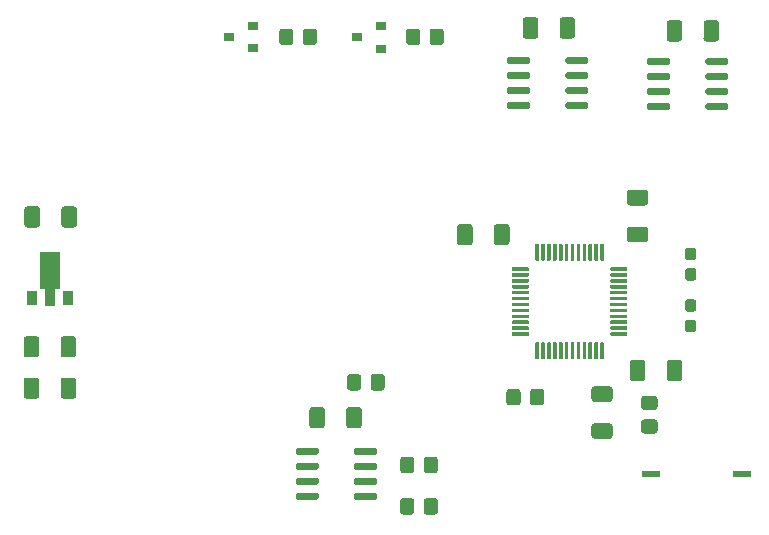
<source format=gtp>
G04 #@! TF.GenerationSoftware,KiCad,Pcbnew,(5.1.10)-1*
G04 #@! TF.CreationDate,2022-03-27T16:28:06+02:00*
G04 #@! TF.ProjectId,pullup_counter_schematic,70756c6c-7570-45f6-936f-756e7465725f,1*
G04 #@! TF.SameCoordinates,Original*
G04 #@! TF.FileFunction,Paste,Top*
G04 #@! TF.FilePolarity,Positive*
%FSLAX46Y46*%
G04 Gerber Fmt 4.6, Leading zero omitted, Abs format (unit mm)*
G04 Created by KiCad (PCBNEW (5.1.10)-1) date 2022-03-27 16:28:06*
%MOMM*%
%LPD*%
G01*
G04 APERTURE LIST*
%ADD10R,1.500000X0.600000*%
%ADD11C,0.152400*%
%ADD12R,0.900000X1.300000*%
%ADD13R,0.900000X0.800000*%
G04 APERTURE END LIST*
G36*
G01*
X198900000Y-33900000D02*
X198900000Y-33600000D01*
G75*
G02*
X199050000Y-33450000I150000J0D01*
G01*
X200700000Y-33450000D01*
G75*
G02*
X200850000Y-33600000I0J-150000D01*
G01*
X200850000Y-33900000D01*
G75*
G02*
X200700000Y-34050000I-150000J0D01*
G01*
X199050000Y-34050000D01*
G75*
G02*
X198900000Y-33900000I0J150000D01*
G01*
G37*
G36*
G01*
X198900000Y-35170000D02*
X198900000Y-34870000D01*
G75*
G02*
X199050000Y-34720000I150000J0D01*
G01*
X200700000Y-34720000D01*
G75*
G02*
X200850000Y-34870000I0J-150000D01*
G01*
X200850000Y-35170000D01*
G75*
G02*
X200700000Y-35320000I-150000J0D01*
G01*
X199050000Y-35320000D01*
G75*
G02*
X198900000Y-35170000I0J150000D01*
G01*
G37*
G36*
G01*
X198900000Y-36440000D02*
X198900000Y-36140000D01*
G75*
G02*
X199050000Y-35990000I150000J0D01*
G01*
X200700000Y-35990000D01*
G75*
G02*
X200850000Y-36140000I0J-150000D01*
G01*
X200850000Y-36440000D01*
G75*
G02*
X200700000Y-36590000I-150000J0D01*
G01*
X199050000Y-36590000D01*
G75*
G02*
X198900000Y-36440000I0J150000D01*
G01*
G37*
G36*
G01*
X198900000Y-37710000D02*
X198900000Y-37410000D01*
G75*
G02*
X199050000Y-37260000I150000J0D01*
G01*
X200700000Y-37260000D01*
G75*
G02*
X200850000Y-37410000I0J-150000D01*
G01*
X200850000Y-37710000D01*
G75*
G02*
X200700000Y-37860000I-150000J0D01*
G01*
X199050000Y-37860000D01*
G75*
G02*
X198900000Y-37710000I0J150000D01*
G01*
G37*
G36*
G01*
X193950000Y-37710000D02*
X193950000Y-37410000D01*
G75*
G02*
X194100000Y-37260000I150000J0D01*
G01*
X195750000Y-37260000D01*
G75*
G02*
X195900000Y-37410000I0J-150000D01*
G01*
X195900000Y-37710000D01*
G75*
G02*
X195750000Y-37860000I-150000J0D01*
G01*
X194100000Y-37860000D01*
G75*
G02*
X193950000Y-37710000I0J150000D01*
G01*
G37*
G36*
G01*
X193950000Y-36440000D02*
X193950000Y-36140000D01*
G75*
G02*
X194100000Y-35990000I150000J0D01*
G01*
X195750000Y-35990000D01*
G75*
G02*
X195900000Y-36140000I0J-150000D01*
G01*
X195900000Y-36440000D01*
G75*
G02*
X195750000Y-36590000I-150000J0D01*
G01*
X194100000Y-36590000D01*
G75*
G02*
X193950000Y-36440000I0J150000D01*
G01*
G37*
G36*
G01*
X193950000Y-35170000D02*
X193950000Y-34870000D01*
G75*
G02*
X194100000Y-34720000I150000J0D01*
G01*
X195750000Y-34720000D01*
G75*
G02*
X195900000Y-34870000I0J-150000D01*
G01*
X195900000Y-35170000D01*
G75*
G02*
X195750000Y-35320000I-150000J0D01*
G01*
X194100000Y-35320000D01*
G75*
G02*
X193950000Y-35170000I0J150000D01*
G01*
G37*
G36*
G01*
X193950000Y-33900000D02*
X193950000Y-33600000D01*
G75*
G02*
X194100000Y-33450000I150000J0D01*
G01*
X195750000Y-33450000D01*
G75*
G02*
X195900000Y-33600000I0J-150000D01*
G01*
X195900000Y-33900000D01*
G75*
G02*
X195750000Y-34050000I-150000J0D01*
G01*
X194100000Y-34050000D01*
G75*
G02*
X193950000Y-33900000I0J150000D01*
G01*
G37*
D10*
X213825000Y-68750000D03*
X206175000Y-68750000D03*
G36*
G01*
X205549999Y-64150000D02*
X206450001Y-64150000D01*
G75*
G02*
X206700000Y-64399999I0J-249999D01*
G01*
X206700000Y-65100001D01*
G75*
G02*
X206450001Y-65350000I-249999J0D01*
G01*
X205549999Y-65350000D01*
G75*
G02*
X205300000Y-65100001I0J249999D01*
G01*
X205300000Y-64399999D01*
G75*
G02*
X205549999Y-64150000I249999J0D01*
G01*
G37*
G36*
G01*
X205549999Y-62150000D02*
X206450001Y-62150000D01*
G75*
G02*
X206700000Y-62399999I0J-249999D01*
G01*
X206700000Y-63100001D01*
G75*
G02*
X206450001Y-63350000I-249999J0D01*
G01*
X205549999Y-63350000D01*
G75*
G02*
X205300000Y-63100001I0J249999D01*
G01*
X205300000Y-62399999D01*
G75*
G02*
X205549999Y-62150000I249999J0D01*
G01*
G37*
G36*
G01*
X207462500Y-60650002D02*
X207462500Y-59349998D01*
G75*
G02*
X207712498Y-59100000I249998J0D01*
G01*
X208537502Y-59100000D01*
G75*
G02*
X208787500Y-59349998I0J-249998D01*
G01*
X208787500Y-60650002D01*
G75*
G02*
X208537502Y-60900000I-249998J0D01*
G01*
X207712498Y-60900000D01*
G75*
G02*
X207462500Y-60650002I0J249998D01*
G01*
G37*
G36*
G01*
X204337500Y-60650002D02*
X204337500Y-59349998D01*
G75*
G02*
X204587498Y-59100000I249998J0D01*
G01*
X205412502Y-59100000D01*
G75*
G02*
X205662500Y-59349998I0J-249998D01*
G01*
X205662500Y-60650002D01*
G75*
G02*
X205412502Y-60900000I-249998J0D01*
G01*
X204587498Y-60900000D01*
G75*
G02*
X204337500Y-60650002I0J249998D01*
G01*
G37*
G36*
G01*
X209737500Y-50675000D02*
X209262500Y-50675000D01*
G75*
G02*
X209025000Y-50437500I0J237500D01*
G01*
X209025000Y-49837500D01*
G75*
G02*
X209262500Y-49600000I237500J0D01*
G01*
X209737500Y-49600000D01*
G75*
G02*
X209975000Y-49837500I0J-237500D01*
G01*
X209975000Y-50437500D01*
G75*
G02*
X209737500Y-50675000I-237500J0D01*
G01*
G37*
G36*
G01*
X209737500Y-52400000D02*
X209262500Y-52400000D01*
G75*
G02*
X209025000Y-52162500I0J237500D01*
G01*
X209025000Y-51562500D01*
G75*
G02*
X209262500Y-51325000I237500J0D01*
G01*
X209737500Y-51325000D01*
G75*
G02*
X209975000Y-51562500I0J-237500D01*
G01*
X209975000Y-52162500D01*
G75*
G02*
X209737500Y-52400000I-237500J0D01*
G01*
G37*
G36*
G01*
X209262500Y-55687501D02*
X209737500Y-55687501D01*
G75*
G02*
X209975000Y-55925001I0J-237500D01*
G01*
X209975000Y-56525001D01*
G75*
G02*
X209737500Y-56762501I-237500J0D01*
G01*
X209262500Y-56762501D01*
G75*
G02*
X209025000Y-56525001I0J237500D01*
G01*
X209025000Y-55925001D01*
G75*
G02*
X209262500Y-55687501I237500J0D01*
G01*
G37*
G36*
G01*
X209262500Y-53962501D02*
X209737500Y-53962501D01*
G75*
G02*
X209975000Y-54200001I0J-237500D01*
G01*
X209975000Y-54800001D01*
G75*
G02*
X209737500Y-55037501I-237500J0D01*
G01*
X209262500Y-55037501D01*
G75*
G02*
X209025000Y-54800001I0J237500D01*
G01*
X209025000Y-54200001D01*
G75*
G02*
X209262500Y-53962501I237500J0D01*
G01*
G37*
G36*
G01*
X202150000Y-57662500D02*
X202150000Y-58987500D01*
G75*
G02*
X202075000Y-59062500I-75000J0D01*
G01*
X201925000Y-59062500D01*
G75*
G02*
X201850000Y-58987500I0J75000D01*
G01*
X201850000Y-57662500D01*
G75*
G02*
X201925000Y-57587500I75000J0D01*
G01*
X202075000Y-57587500D01*
G75*
G02*
X202150000Y-57662500I0J-75000D01*
G01*
G37*
G36*
G01*
X201650000Y-57662500D02*
X201650000Y-58987500D01*
G75*
G02*
X201575000Y-59062500I-75000J0D01*
G01*
X201425000Y-59062500D01*
G75*
G02*
X201350000Y-58987500I0J75000D01*
G01*
X201350000Y-57662500D01*
G75*
G02*
X201425000Y-57587500I75000J0D01*
G01*
X201575000Y-57587500D01*
G75*
G02*
X201650000Y-57662500I0J-75000D01*
G01*
G37*
G36*
G01*
X201150000Y-57662500D02*
X201150000Y-58987500D01*
G75*
G02*
X201075000Y-59062500I-75000J0D01*
G01*
X200925000Y-59062500D01*
G75*
G02*
X200850000Y-58987500I0J75000D01*
G01*
X200850000Y-57662500D01*
G75*
G02*
X200925000Y-57587500I75000J0D01*
G01*
X201075000Y-57587500D01*
G75*
G02*
X201150000Y-57662500I0J-75000D01*
G01*
G37*
G36*
G01*
X200650000Y-57662500D02*
X200650000Y-58987500D01*
G75*
G02*
X200575000Y-59062500I-75000J0D01*
G01*
X200425000Y-59062500D01*
G75*
G02*
X200350000Y-58987500I0J75000D01*
G01*
X200350000Y-57662500D01*
G75*
G02*
X200425000Y-57587500I75000J0D01*
G01*
X200575000Y-57587500D01*
G75*
G02*
X200650000Y-57662500I0J-75000D01*
G01*
G37*
G36*
G01*
X200150000Y-57662500D02*
X200150000Y-58987500D01*
G75*
G02*
X200075000Y-59062500I-75000J0D01*
G01*
X199925000Y-59062500D01*
G75*
G02*
X199850000Y-58987500I0J75000D01*
G01*
X199850000Y-57662500D01*
G75*
G02*
X199925000Y-57587500I75000J0D01*
G01*
X200075000Y-57587500D01*
G75*
G02*
X200150000Y-57662500I0J-75000D01*
G01*
G37*
G36*
G01*
X199650000Y-57662500D02*
X199650000Y-58987500D01*
G75*
G02*
X199575000Y-59062500I-75000J0D01*
G01*
X199425000Y-59062500D01*
G75*
G02*
X199350000Y-58987500I0J75000D01*
G01*
X199350000Y-57662500D01*
G75*
G02*
X199425000Y-57587500I75000J0D01*
G01*
X199575000Y-57587500D01*
G75*
G02*
X199650000Y-57662500I0J-75000D01*
G01*
G37*
G36*
G01*
X199150000Y-57662500D02*
X199150000Y-58987500D01*
G75*
G02*
X199075000Y-59062500I-75000J0D01*
G01*
X198925000Y-59062500D01*
G75*
G02*
X198850000Y-58987500I0J75000D01*
G01*
X198850000Y-57662500D01*
G75*
G02*
X198925000Y-57587500I75000J0D01*
G01*
X199075000Y-57587500D01*
G75*
G02*
X199150000Y-57662500I0J-75000D01*
G01*
G37*
G36*
G01*
X198650000Y-57662500D02*
X198650000Y-58987500D01*
G75*
G02*
X198575000Y-59062500I-75000J0D01*
G01*
X198425000Y-59062500D01*
G75*
G02*
X198350000Y-58987500I0J75000D01*
G01*
X198350000Y-57662500D01*
G75*
G02*
X198425000Y-57587500I75000J0D01*
G01*
X198575000Y-57587500D01*
G75*
G02*
X198650000Y-57662500I0J-75000D01*
G01*
G37*
G36*
G01*
X198150000Y-57662500D02*
X198150000Y-58987500D01*
G75*
G02*
X198075000Y-59062500I-75000J0D01*
G01*
X197925000Y-59062500D01*
G75*
G02*
X197850000Y-58987500I0J75000D01*
G01*
X197850000Y-57662500D01*
G75*
G02*
X197925000Y-57587500I75000J0D01*
G01*
X198075000Y-57587500D01*
G75*
G02*
X198150000Y-57662500I0J-75000D01*
G01*
G37*
G36*
G01*
X197650000Y-57662500D02*
X197650000Y-58987500D01*
G75*
G02*
X197575000Y-59062500I-75000J0D01*
G01*
X197425000Y-59062500D01*
G75*
G02*
X197350000Y-58987500I0J75000D01*
G01*
X197350000Y-57662500D01*
G75*
G02*
X197425000Y-57587500I75000J0D01*
G01*
X197575000Y-57587500D01*
G75*
G02*
X197650000Y-57662500I0J-75000D01*
G01*
G37*
G36*
G01*
X197150000Y-57662500D02*
X197150000Y-58987500D01*
G75*
G02*
X197075000Y-59062500I-75000J0D01*
G01*
X196925000Y-59062500D01*
G75*
G02*
X196850000Y-58987500I0J75000D01*
G01*
X196850000Y-57662500D01*
G75*
G02*
X196925000Y-57587500I75000J0D01*
G01*
X197075000Y-57587500D01*
G75*
G02*
X197150000Y-57662500I0J-75000D01*
G01*
G37*
G36*
G01*
X196650000Y-57662500D02*
X196650000Y-58987500D01*
G75*
G02*
X196575000Y-59062500I-75000J0D01*
G01*
X196425000Y-59062500D01*
G75*
G02*
X196350000Y-58987500I0J75000D01*
G01*
X196350000Y-57662500D01*
G75*
G02*
X196425000Y-57587500I75000J0D01*
G01*
X196575000Y-57587500D01*
G75*
G02*
X196650000Y-57662500I0J-75000D01*
G01*
G37*
G36*
G01*
X195825000Y-56837500D02*
X195825000Y-56987500D01*
G75*
G02*
X195750000Y-57062500I-75000J0D01*
G01*
X194425000Y-57062500D01*
G75*
G02*
X194350000Y-56987500I0J75000D01*
G01*
X194350000Y-56837500D01*
G75*
G02*
X194425000Y-56762500I75000J0D01*
G01*
X195750000Y-56762500D01*
G75*
G02*
X195825000Y-56837500I0J-75000D01*
G01*
G37*
G36*
G01*
X195825000Y-56337500D02*
X195825000Y-56487500D01*
G75*
G02*
X195750000Y-56562500I-75000J0D01*
G01*
X194425000Y-56562500D01*
G75*
G02*
X194350000Y-56487500I0J75000D01*
G01*
X194350000Y-56337500D01*
G75*
G02*
X194425000Y-56262500I75000J0D01*
G01*
X195750000Y-56262500D01*
G75*
G02*
X195825000Y-56337500I0J-75000D01*
G01*
G37*
G36*
G01*
X195825000Y-55837500D02*
X195825000Y-55987500D01*
G75*
G02*
X195750000Y-56062500I-75000J0D01*
G01*
X194425000Y-56062500D01*
G75*
G02*
X194350000Y-55987500I0J75000D01*
G01*
X194350000Y-55837500D01*
G75*
G02*
X194425000Y-55762500I75000J0D01*
G01*
X195750000Y-55762500D01*
G75*
G02*
X195825000Y-55837500I0J-75000D01*
G01*
G37*
G36*
G01*
X195825000Y-55337500D02*
X195825000Y-55487500D01*
G75*
G02*
X195750000Y-55562500I-75000J0D01*
G01*
X194425000Y-55562500D01*
G75*
G02*
X194350000Y-55487500I0J75000D01*
G01*
X194350000Y-55337500D01*
G75*
G02*
X194425000Y-55262500I75000J0D01*
G01*
X195750000Y-55262500D01*
G75*
G02*
X195825000Y-55337500I0J-75000D01*
G01*
G37*
G36*
G01*
X195825000Y-54837500D02*
X195825000Y-54987500D01*
G75*
G02*
X195750000Y-55062500I-75000J0D01*
G01*
X194425000Y-55062500D01*
G75*
G02*
X194350000Y-54987500I0J75000D01*
G01*
X194350000Y-54837500D01*
G75*
G02*
X194425000Y-54762500I75000J0D01*
G01*
X195750000Y-54762500D01*
G75*
G02*
X195825000Y-54837500I0J-75000D01*
G01*
G37*
G36*
G01*
X195825000Y-54337500D02*
X195825000Y-54487500D01*
G75*
G02*
X195750000Y-54562500I-75000J0D01*
G01*
X194425000Y-54562500D01*
G75*
G02*
X194350000Y-54487500I0J75000D01*
G01*
X194350000Y-54337500D01*
G75*
G02*
X194425000Y-54262500I75000J0D01*
G01*
X195750000Y-54262500D01*
G75*
G02*
X195825000Y-54337500I0J-75000D01*
G01*
G37*
G36*
G01*
X195825000Y-53837500D02*
X195825000Y-53987500D01*
G75*
G02*
X195750000Y-54062500I-75000J0D01*
G01*
X194425000Y-54062500D01*
G75*
G02*
X194350000Y-53987500I0J75000D01*
G01*
X194350000Y-53837500D01*
G75*
G02*
X194425000Y-53762500I75000J0D01*
G01*
X195750000Y-53762500D01*
G75*
G02*
X195825000Y-53837500I0J-75000D01*
G01*
G37*
G36*
G01*
X195825000Y-53337500D02*
X195825000Y-53487500D01*
G75*
G02*
X195750000Y-53562500I-75000J0D01*
G01*
X194425000Y-53562500D01*
G75*
G02*
X194350000Y-53487500I0J75000D01*
G01*
X194350000Y-53337500D01*
G75*
G02*
X194425000Y-53262500I75000J0D01*
G01*
X195750000Y-53262500D01*
G75*
G02*
X195825000Y-53337500I0J-75000D01*
G01*
G37*
G36*
G01*
X195825000Y-52837500D02*
X195825000Y-52987500D01*
G75*
G02*
X195750000Y-53062500I-75000J0D01*
G01*
X194425000Y-53062500D01*
G75*
G02*
X194350000Y-52987500I0J75000D01*
G01*
X194350000Y-52837500D01*
G75*
G02*
X194425000Y-52762500I75000J0D01*
G01*
X195750000Y-52762500D01*
G75*
G02*
X195825000Y-52837500I0J-75000D01*
G01*
G37*
G36*
G01*
X195825000Y-52337500D02*
X195825000Y-52487500D01*
G75*
G02*
X195750000Y-52562500I-75000J0D01*
G01*
X194425000Y-52562500D01*
G75*
G02*
X194350000Y-52487500I0J75000D01*
G01*
X194350000Y-52337500D01*
G75*
G02*
X194425000Y-52262500I75000J0D01*
G01*
X195750000Y-52262500D01*
G75*
G02*
X195825000Y-52337500I0J-75000D01*
G01*
G37*
G36*
G01*
X195825000Y-51837500D02*
X195825000Y-51987500D01*
G75*
G02*
X195750000Y-52062500I-75000J0D01*
G01*
X194425000Y-52062500D01*
G75*
G02*
X194350000Y-51987500I0J75000D01*
G01*
X194350000Y-51837500D01*
G75*
G02*
X194425000Y-51762500I75000J0D01*
G01*
X195750000Y-51762500D01*
G75*
G02*
X195825000Y-51837500I0J-75000D01*
G01*
G37*
G36*
G01*
X195825000Y-51337500D02*
X195825000Y-51487500D01*
G75*
G02*
X195750000Y-51562500I-75000J0D01*
G01*
X194425000Y-51562500D01*
G75*
G02*
X194350000Y-51487500I0J75000D01*
G01*
X194350000Y-51337500D01*
G75*
G02*
X194425000Y-51262500I75000J0D01*
G01*
X195750000Y-51262500D01*
G75*
G02*
X195825000Y-51337500I0J-75000D01*
G01*
G37*
G36*
G01*
X196650000Y-49337500D02*
X196650000Y-50662500D01*
G75*
G02*
X196575000Y-50737500I-75000J0D01*
G01*
X196425000Y-50737500D01*
G75*
G02*
X196350000Y-50662500I0J75000D01*
G01*
X196350000Y-49337500D01*
G75*
G02*
X196425000Y-49262500I75000J0D01*
G01*
X196575000Y-49262500D01*
G75*
G02*
X196650000Y-49337500I0J-75000D01*
G01*
G37*
G36*
G01*
X197150000Y-49337500D02*
X197150000Y-50662500D01*
G75*
G02*
X197075000Y-50737500I-75000J0D01*
G01*
X196925000Y-50737500D01*
G75*
G02*
X196850000Y-50662500I0J75000D01*
G01*
X196850000Y-49337500D01*
G75*
G02*
X196925000Y-49262500I75000J0D01*
G01*
X197075000Y-49262500D01*
G75*
G02*
X197150000Y-49337500I0J-75000D01*
G01*
G37*
G36*
G01*
X197650000Y-49337500D02*
X197650000Y-50662500D01*
G75*
G02*
X197575000Y-50737500I-75000J0D01*
G01*
X197425000Y-50737500D01*
G75*
G02*
X197350000Y-50662500I0J75000D01*
G01*
X197350000Y-49337500D01*
G75*
G02*
X197425000Y-49262500I75000J0D01*
G01*
X197575000Y-49262500D01*
G75*
G02*
X197650000Y-49337500I0J-75000D01*
G01*
G37*
G36*
G01*
X198150000Y-49337500D02*
X198150000Y-50662500D01*
G75*
G02*
X198075000Y-50737500I-75000J0D01*
G01*
X197925000Y-50737500D01*
G75*
G02*
X197850000Y-50662500I0J75000D01*
G01*
X197850000Y-49337500D01*
G75*
G02*
X197925000Y-49262500I75000J0D01*
G01*
X198075000Y-49262500D01*
G75*
G02*
X198150000Y-49337500I0J-75000D01*
G01*
G37*
G36*
G01*
X198650000Y-49337500D02*
X198650000Y-50662500D01*
G75*
G02*
X198575000Y-50737500I-75000J0D01*
G01*
X198425000Y-50737500D01*
G75*
G02*
X198350000Y-50662500I0J75000D01*
G01*
X198350000Y-49337500D01*
G75*
G02*
X198425000Y-49262500I75000J0D01*
G01*
X198575000Y-49262500D01*
G75*
G02*
X198650000Y-49337500I0J-75000D01*
G01*
G37*
G36*
G01*
X199150000Y-49337500D02*
X199150000Y-50662500D01*
G75*
G02*
X199075000Y-50737500I-75000J0D01*
G01*
X198925000Y-50737500D01*
G75*
G02*
X198850000Y-50662500I0J75000D01*
G01*
X198850000Y-49337500D01*
G75*
G02*
X198925000Y-49262500I75000J0D01*
G01*
X199075000Y-49262500D01*
G75*
G02*
X199150000Y-49337500I0J-75000D01*
G01*
G37*
G36*
G01*
X199650000Y-49337500D02*
X199650000Y-50662500D01*
G75*
G02*
X199575000Y-50737500I-75000J0D01*
G01*
X199425000Y-50737500D01*
G75*
G02*
X199350000Y-50662500I0J75000D01*
G01*
X199350000Y-49337500D01*
G75*
G02*
X199425000Y-49262500I75000J0D01*
G01*
X199575000Y-49262500D01*
G75*
G02*
X199650000Y-49337500I0J-75000D01*
G01*
G37*
G36*
G01*
X200150000Y-49337500D02*
X200150000Y-50662500D01*
G75*
G02*
X200075000Y-50737500I-75000J0D01*
G01*
X199925000Y-50737500D01*
G75*
G02*
X199850000Y-50662500I0J75000D01*
G01*
X199850000Y-49337500D01*
G75*
G02*
X199925000Y-49262500I75000J0D01*
G01*
X200075000Y-49262500D01*
G75*
G02*
X200150000Y-49337500I0J-75000D01*
G01*
G37*
G36*
G01*
X200650000Y-49337500D02*
X200650000Y-50662500D01*
G75*
G02*
X200575000Y-50737500I-75000J0D01*
G01*
X200425000Y-50737500D01*
G75*
G02*
X200350000Y-50662500I0J75000D01*
G01*
X200350000Y-49337500D01*
G75*
G02*
X200425000Y-49262500I75000J0D01*
G01*
X200575000Y-49262500D01*
G75*
G02*
X200650000Y-49337500I0J-75000D01*
G01*
G37*
G36*
G01*
X201150000Y-49337500D02*
X201150000Y-50662500D01*
G75*
G02*
X201075000Y-50737500I-75000J0D01*
G01*
X200925000Y-50737500D01*
G75*
G02*
X200850000Y-50662500I0J75000D01*
G01*
X200850000Y-49337500D01*
G75*
G02*
X200925000Y-49262500I75000J0D01*
G01*
X201075000Y-49262500D01*
G75*
G02*
X201150000Y-49337500I0J-75000D01*
G01*
G37*
G36*
G01*
X201650000Y-49337500D02*
X201650000Y-50662500D01*
G75*
G02*
X201575000Y-50737500I-75000J0D01*
G01*
X201425000Y-50737500D01*
G75*
G02*
X201350000Y-50662500I0J75000D01*
G01*
X201350000Y-49337500D01*
G75*
G02*
X201425000Y-49262500I75000J0D01*
G01*
X201575000Y-49262500D01*
G75*
G02*
X201650000Y-49337500I0J-75000D01*
G01*
G37*
G36*
G01*
X202150000Y-49337500D02*
X202150000Y-50662500D01*
G75*
G02*
X202075000Y-50737500I-75000J0D01*
G01*
X201925000Y-50737500D01*
G75*
G02*
X201850000Y-50662500I0J75000D01*
G01*
X201850000Y-49337500D01*
G75*
G02*
X201925000Y-49262500I75000J0D01*
G01*
X202075000Y-49262500D01*
G75*
G02*
X202150000Y-49337500I0J-75000D01*
G01*
G37*
G36*
G01*
X204150000Y-51337500D02*
X204150000Y-51487500D01*
G75*
G02*
X204075000Y-51562500I-75000J0D01*
G01*
X202750000Y-51562500D01*
G75*
G02*
X202675000Y-51487500I0J75000D01*
G01*
X202675000Y-51337500D01*
G75*
G02*
X202750000Y-51262500I75000J0D01*
G01*
X204075000Y-51262500D01*
G75*
G02*
X204150000Y-51337500I0J-75000D01*
G01*
G37*
G36*
G01*
X204150000Y-51837500D02*
X204150000Y-51987500D01*
G75*
G02*
X204075000Y-52062500I-75000J0D01*
G01*
X202750000Y-52062500D01*
G75*
G02*
X202675000Y-51987500I0J75000D01*
G01*
X202675000Y-51837500D01*
G75*
G02*
X202750000Y-51762500I75000J0D01*
G01*
X204075000Y-51762500D01*
G75*
G02*
X204150000Y-51837500I0J-75000D01*
G01*
G37*
G36*
G01*
X204150000Y-52337500D02*
X204150000Y-52487500D01*
G75*
G02*
X204075000Y-52562500I-75000J0D01*
G01*
X202750000Y-52562500D01*
G75*
G02*
X202675000Y-52487500I0J75000D01*
G01*
X202675000Y-52337500D01*
G75*
G02*
X202750000Y-52262500I75000J0D01*
G01*
X204075000Y-52262500D01*
G75*
G02*
X204150000Y-52337500I0J-75000D01*
G01*
G37*
G36*
G01*
X204150000Y-52837500D02*
X204150000Y-52987500D01*
G75*
G02*
X204075000Y-53062500I-75000J0D01*
G01*
X202750000Y-53062500D01*
G75*
G02*
X202675000Y-52987500I0J75000D01*
G01*
X202675000Y-52837500D01*
G75*
G02*
X202750000Y-52762500I75000J0D01*
G01*
X204075000Y-52762500D01*
G75*
G02*
X204150000Y-52837500I0J-75000D01*
G01*
G37*
G36*
G01*
X204150000Y-53337500D02*
X204150000Y-53487500D01*
G75*
G02*
X204075000Y-53562500I-75000J0D01*
G01*
X202750000Y-53562500D01*
G75*
G02*
X202675000Y-53487500I0J75000D01*
G01*
X202675000Y-53337500D01*
G75*
G02*
X202750000Y-53262500I75000J0D01*
G01*
X204075000Y-53262500D01*
G75*
G02*
X204150000Y-53337500I0J-75000D01*
G01*
G37*
G36*
G01*
X204150000Y-53837500D02*
X204150000Y-53987500D01*
G75*
G02*
X204075000Y-54062500I-75000J0D01*
G01*
X202750000Y-54062500D01*
G75*
G02*
X202675000Y-53987500I0J75000D01*
G01*
X202675000Y-53837500D01*
G75*
G02*
X202750000Y-53762500I75000J0D01*
G01*
X204075000Y-53762500D01*
G75*
G02*
X204150000Y-53837500I0J-75000D01*
G01*
G37*
G36*
G01*
X204150000Y-54337500D02*
X204150000Y-54487500D01*
G75*
G02*
X204075000Y-54562500I-75000J0D01*
G01*
X202750000Y-54562500D01*
G75*
G02*
X202675000Y-54487500I0J75000D01*
G01*
X202675000Y-54337500D01*
G75*
G02*
X202750000Y-54262500I75000J0D01*
G01*
X204075000Y-54262500D01*
G75*
G02*
X204150000Y-54337500I0J-75000D01*
G01*
G37*
G36*
G01*
X204150000Y-54837500D02*
X204150000Y-54987500D01*
G75*
G02*
X204075000Y-55062500I-75000J0D01*
G01*
X202750000Y-55062500D01*
G75*
G02*
X202675000Y-54987500I0J75000D01*
G01*
X202675000Y-54837500D01*
G75*
G02*
X202750000Y-54762500I75000J0D01*
G01*
X204075000Y-54762500D01*
G75*
G02*
X204150000Y-54837500I0J-75000D01*
G01*
G37*
G36*
G01*
X204150000Y-55337500D02*
X204150000Y-55487500D01*
G75*
G02*
X204075000Y-55562500I-75000J0D01*
G01*
X202750000Y-55562500D01*
G75*
G02*
X202675000Y-55487500I0J75000D01*
G01*
X202675000Y-55337500D01*
G75*
G02*
X202750000Y-55262500I75000J0D01*
G01*
X204075000Y-55262500D01*
G75*
G02*
X204150000Y-55337500I0J-75000D01*
G01*
G37*
G36*
G01*
X204150000Y-55837500D02*
X204150000Y-55987500D01*
G75*
G02*
X204075000Y-56062500I-75000J0D01*
G01*
X202750000Y-56062500D01*
G75*
G02*
X202675000Y-55987500I0J75000D01*
G01*
X202675000Y-55837500D01*
G75*
G02*
X202750000Y-55762500I75000J0D01*
G01*
X204075000Y-55762500D01*
G75*
G02*
X204150000Y-55837500I0J-75000D01*
G01*
G37*
G36*
G01*
X204150000Y-56337500D02*
X204150000Y-56487500D01*
G75*
G02*
X204075000Y-56562500I-75000J0D01*
G01*
X202750000Y-56562500D01*
G75*
G02*
X202675000Y-56487500I0J75000D01*
G01*
X202675000Y-56337500D01*
G75*
G02*
X202750000Y-56262500I75000J0D01*
G01*
X204075000Y-56262500D01*
G75*
G02*
X204150000Y-56337500I0J-75000D01*
G01*
G37*
G36*
G01*
X204150000Y-56837500D02*
X204150000Y-56987500D01*
G75*
G02*
X204075000Y-57062500I-75000J0D01*
G01*
X202750000Y-57062500D01*
G75*
G02*
X202675000Y-56987500I0J75000D01*
G01*
X202675000Y-56837500D01*
G75*
G02*
X202750000Y-56762500I75000J0D01*
G01*
X204075000Y-56762500D01*
G75*
G02*
X204150000Y-56837500I0J-75000D01*
G01*
G37*
G36*
G01*
X210750000Y-33995000D02*
X210750000Y-33695000D01*
G75*
G02*
X210900000Y-33545000I150000J0D01*
G01*
X212550000Y-33545000D01*
G75*
G02*
X212700000Y-33695000I0J-150000D01*
G01*
X212700000Y-33995000D01*
G75*
G02*
X212550000Y-34145000I-150000J0D01*
G01*
X210900000Y-34145000D01*
G75*
G02*
X210750000Y-33995000I0J150000D01*
G01*
G37*
G36*
G01*
X210750000Y-35265000D02*
X210750000Y-34965000D01*
G75*
G02*
X210900000Y-34815000I150000J0D01*
G01*
X212550000Y-34815000D01*
G75*
G02*
X212700000Y-34965000I0J-150000D01*
G01*
X212700000Y-35265000D01*
G75*
G02*
X212550000Y-35415000I-150000J0D01*
G01*
X210900000Y-35415000D01*
G75*
G02*
X210750000Y-35265000I0J150000D01*
G01*
G37*
G36*
G01*
X210750000Y-36535000D02*
X210750000Y-36235000D01*
G75*
G02*
X210900000Y-36085000I150000J0D01*
G01*
X212550000Y-36085000D01*
G75*
G02*
X212700000Y-36235000I0J-150000D01*
G01*
X212700000Y-36535000D01*
G75*
G02*
X212550000Y-36685000I-150000J0D01*
G01*
X210900000Y-36685000D01*
G75*
G02*
X210750000Y-36535000I0J150000D01*
G01*
G37*
G36*
G01*
X210750000Y-37805000D02*
X210750000Y-37505000D01*
G75*
G02*
X210900000Y-37355000I150000J0D01*
G01*
X212550000Y-37355000D01*
G75*
G02*
X212700000Y-37505000I0J-150000D01*
G01*
X212700000Y-37805000D01*
G75*
G02*
X212550000Y-37955000I-150000J0D01*
G01*
X210900000Y-37955000D01*
G75*
G02*
X210750000Y-37805000I0J150000D01*
G01*
G37*
G36*
G01*
X205800000Y-37805000D02*
X205800000Y-37505000D01*
G75*
G02*
X205950000Y-37355000I150000J0D01*
G01*
X207600000Y-37355000D01*
G75*
G02*
X207750000Y-37505000I0J-150000D01*
G01*
X207750000Y-37805000D01*
G75*
G02*
X207600000Y-37955000I-150000J0D01*
G01*
X205950000Y-37955000D01*
G75*
G02*
X205800000Y-37805000I0J150000D01*
G01*
G37*
G36*
G01*
X205800000Y-36535000D02*
X205800000Y-36235000D01*
G75*
G02*
X205950000Y-36085000I150000J0D01*
G01*
X207600000Y-36085000D01*
G75*
G02*
X207750000Y-36235000I0J-150000D01*
G01*
X207750000Y-36535000D01*
G75*
G02*
X207600000Y-36685000I-150000J0D01*
G01*
X205950000Y-36685000D01*
G75*
G02*
X205800000Y-36535000I0J150000D01*
G01*
G37*
G36*
G01*
X205800000Y-35265000D02*
X205800000Y-34965000D01*
G75*
G02*
X205950000Y-34815000I150000J0D01*
G01*
X207600000Y-34815000D01*
G75*
G02*
X207750000Y-34965000I0J-150000D01*
G01*
X207750000Y-35265000D01*
G75*
G02*
X207600000Y-35415000I-150000J0D01*
G01*
X205950000Y-35415000D01*
G75*
G02*
X205800000Y-35265000I0J150000D01*
G01*
G37*
G36*
G01*
X205800000Y-33995000D02*
X205800000Y-33695000D01*
G75*
G02*
X205950000Y-33545000I150000J0D01*
G01*
X207600000Y-33545000D01*
G75*
G02*
X207750000Y-33695000I0J-150000D01*
G01*
X207750000Y-33995000D01*
G75*
G02*
X207600000Y-34145000I-150000J0D01*
G01*
X205950000Y-34145000D01*
G75*
G02*
X205800000Y-33995000I0J150000D01*
G01*
G37*
D11*
G36*
X156116500Y-49950000D02*
G01*
X156116500Y-53075000D01*
X155700000Y-53075000D01*
X155700000Y-54550000D01*
X154800000Y-54550000D01*
X154800000Y-53075000D01*
X154383500Y-53075000D01*
X154383500Y-49950000D01*
X156116500Y-49950000D01*
G37*
D12*
X156750000Y-53900000D03*
X153750000Y-53900000D03*
G36*
G01*
X181000000Y-66995000D02*
X181000000Y-66695000D01*
G75*
G02*
X181150000Y-66545000I150000J0D01*
G01*
X182800000Y-66545000D01*
G75*
G02*
X182950000Y-66695000I0J-150000D01*
G01*
X182950000Y-66995000D01*
G75*
G02*
X182800000Y-67145000I-150000J0D01*
G01*
X181150000Y-67145000D01*
G75*
G02*
X181000000Y-66995000I0J150000D01*
G01*
G37*
G36*
G01*
X181000000Y-68265000D02*
X181000000Y-67965000D01*
G75*
G02*
X181150000Y-67815000I150000J0D01*
G01*
X182800000Y-67815000D01*
G75*
G02*
X182950000Y-67965000I0J-150000D01*
G01*
X182950000Y-68265000D01*
G75*
G02*
X182800000Y-68415000I-150000J0D01*
G01*
X181150000Y-68415000D01*
G75*
G02*
X181000000Y-68265000I0J150000D01*
G01*
G37*
G36*
G01*
X181000000Y-69535000D02*
X181000000Y-69235000D01*
G75*
G02*
X181150000Y-69085000I150000J0D01*
G01*
X182800000Y-69085000D01*
G75*
G02*
X182950000Y-69235000I0J-150000D01*
G01*
X182950000Y-69535000D01*
G75*
G02*
X182800000Y-69685000I-150000J0D01*
G01*
X181150000Y-69685000D01*
G75*
G02*
X181000000Y-69535000I0J150000D01*
G01*
G37*
G36*
G01*
X181000000Y-70805000D02*
X181000000Y-70505000D01*
G75*
G02*
X181150000Y-70355000I150000J0D01*
G01*
X182800000Y-70355000D01*
G75*
G02*
X182950000Y-70505000I0J-150000D01*
G01*
X182950000Y-70805000D01*
G75*
G02*
X182800000Y-70955000I-150000J0D01*
G01*
X181150000Y-70955000D01*
G75*
G02*
X181000000Y-70805000I0J150000D01*
G01*
G37*
G36*
G01*
X176050000Y-70805000D02*
X176050000Y-70505000D01*
G75*
G02*
X176200000Y-70355000I150000J0D01*
G01*
X177850000Y-70355000D01*
G75*
G02*
X178000000Y-70505000I0J-150000D01*
G01*
X178000000Y-70805000D01*
G75*
G02*
X177850000Y-70955000I-150000J0D01*
G01*
X176200000Y-70955000D01*
G75*
G02*
X176050000Y-70805000I0J150000D01*
G01*
G37*
G36*
G01*
X176050000Y-69535000D02*
X176050000Y-69235000D01*
G75*
G02*
X176200000Y-69085000I150000J0D01*
G01*
X177850000Y-69085000D01*
G75*
G02*
X178000000Y-69235000I0J-150000D01*
G01*
X178000000Y-69535000D01*
G75*
G02*
X177850000Y-69685000I-150000J0D01*
G01*
X176200000Y-69685000D01*
G75*
G02*
X176050000Y-69535000I0J150000D01*
G01*
G37*
G36*
G01*
X176050000Y-68265000D02*
X176050000Y-67965000D01*
G75*
G02*
X176200000Y-67815000I150000J0D01*
G01*
X177850000Y-67815000D01*
G75*
G02*
X178000000Y-67965000I0J-150000D01*
G01*
X178000000Y-68265000D01*
G75*
G02*
X177850000Y-68415000I-150000J0D01*
G01*
X176200000Y-68415000D01*
G75*
G02*
X176050000Y-68265000I0J150000D01*
G01*
G37*
G36*
G01*
X176050000Y-66995000D02*
X176050000Y-66695000D01*
G75*
G02*
X176200000Y-66545000I150000J0D01*
G01*
X177850000Y-66545000D01*
G75*
G02*
X178000000Y-66695000I0J-150000D01*
G01*
X178000000Y-66995000D01*
G75*
G02*
X177850000Y-67145000I-150000J0D01*
G01*
X176200000Y-67145000D01*
G75*
G02*
X176050000Y-66995000I0J150000D01*
G01*
G37*
G36*
G01*
X186100000Y-67549999D02*
X186100000Y-68450001D01*
G75*
G02*
X185850001Y-68700000I-249999J0D01*
G01*
X185149999Y-68700000D01*
G75*
G02*
X184900000Y-68450001I0J249999D01*
G01*
X184900000Y-67549999D01*
G75*
G02*
X185149999Y-67300000I249999J0D01*
G01*
X185850001Y-67300000D01*
G75*
G02*
X186100000Y-67549999I0J-249999D01*
G01*
G37*
G36*
G01*
X188100000Y-67549999D02*
X188100000Y-68450001D01*
G75*
G02*
X187850001Y-68700000I-249999J0D01*
G01*
X187149999Y-68700000D01*
G75*
G02*
X186900000Y-68450001I0J249999D01*
G01*
X186900000Y-67549999D01*
G75*
G02*
X187149999Y-67300000I249999J0D01*
G01*
X187850001Y-67300000D01*
G75*
G02*
X188100000Y-67549999I0J-249999D01*
G01*
G37*
G36*
G01*
X186900000Y-71950001D02*
X186900000Y-71049999D01*
G75*
G02*
X187149999Y-70800000I249999J0D01*
G01*
X187850001Y-70800000D01*
G75*
G02*
X188100000Y-71049999I0J-249999D01*
G01*
X188100000Y-71950001D01*
G75*
G02*
X187850001Y-72200000I-249999J0D01*
G01*
X187149999Y-72200000D01*
G75*
G02*
X186900000Y-71950001I0J249999D01*
G01*
G37*
G36*
G01*
X184900000Y-71950001D02*
X184900000Y-71049999D01*
G75*
G02*
X185149999Y-70800000I249999J0D01*
G01*
X185850001Y-70800000D01*
G75*
G02*
X186100000Y-71049999I0J-249999D01*
G01*
X186100000Y-71950001D01*
G75*
G02*
X185850001Y-72200000I-249999J0D01*
G01*
X185149999Y-72200000D01*
G75*
G02*
X184900000Y-71950001I0J249999D01*
G01*
G37*
G36*
G01*
X187400000Y-32200001D02*
X187400000Y-31299999D01*
G75*
G02*
X187649999Y-31050000I249999J0D01*
G01*
X188350001Y-31050000D01*
G75*
G02*
X188600000Y-31299999I0J-249999D01*
G01*
X188600000Y-32200001D01*
G75*
G02*
X188350001Y-32450000I-249999J0D01*
G01*
X187649999Y-32450000D01*
G75*
G02*
X187400000Y-32200001I0J249999D01*
G01*
G37*
G36*
G01*
X185400000Y-32200001D02*
X185400000Y-31299999D01*
G75*
G02*
X185649999Y-31050000I249999J0D01*
G01*
X186350001Y-31050000D01*
G75*
G02*
X186600000Y-31299999I0J-249999D01*
G01*
X186600000Y-32200001D01*
G75*
G02*
X186350001Y-32450000I-249999J0D01*
G01*
X185649999Y-32450000D01*
G75*
G02*
X185400000Y-32200001I0J249999D01*
G01*
G37*
G36*
G01*
X176660000Y-32200001D02*
X176660000Y-31299999D01*
G75*
G02*
X176909999Y-31050000I249999J0D01*
G01*
X177610001Y-31050000D01*
G75*
G02*
X177860000Y-31299999I0J-249999D01*
G01*
X177860000Y-32200001D01*
G75*
G02*
X177610001Y-32450000I-249999J0D01*
G01*
X176909999Y-32450000D01*
G75*
G02*
X176660000Y-32200001I0J249999D01*
G01*
G37*
G36*
G01*
X174660000Y-32200001D02*
X174660000Y-31299999D01*
G75*
G02*
X174909999Y-31050000I249999J0D01*
G01*
X175610001Y-31050000D01*
G75*
G02*
X175860000Y-31299999I0J-249999D01*
G01*
X175860000Y-32200001D01*
G75*
G02*
X175610001Y-32450000I-249999J0D01*
G01*
X174909999Y-32450000D01*
G75*
G02*
X174660000Y-32200001I0J249999D01*
G01*
G37*
G36*
G01*
X195100000Y-61799999D02*
X195100000Y-62700001D01*
G75*
G02*
X194850001Y-62950000I-249999J0D01*
G01*
X194149999Y-62950000D01*
G75*
G02*
X193900000Y-62700001I0J249999D01*
G01*
X193900000Y-61799999D01*
G75*
G02*
X194149999Y-61550000I249999J0D01*
G01*
X194850001Y-61550000D01*
G75*
G02*
X195100000Y-61799999I0J-249999D01*
G01*
G37*
G36*
G01*
X197100000Y-61799999D02*
X197100000Y-62700001D01*
G75*
G02*
X196850001Y-62950000I-249999J0D01*
G01*
X196149999Y-62950000D01*
G75*
G02*
X195900000Y-62700001I0J249999D01*
G01*
X195900000Y-61799999D01*
G75*
G02*
X196149999Y-61550000I249999J0D01*
G01*
X196850001Y-61550000D01*
G75*
G02*
X197100000Y-61799999I0J-249999D01*
G01*
G37*
G36*
G01*
X182400000Y-61450001D02*
X182400000Y-60549999D01*
G75*
G02*
X182649999Y-60300000I249999J0D01*
G01*
X183350001Y-60300000D01*
G75*
G02*
X183600000Y-60549999I0J-249999D01*
G01*
X183600000Y-61450001D01*
G75*
G02*
X183350001Y-61700000I-249999J0D01*
G01*
X182649999Y-61700000D01*
G75*
G02*
X182400000Y-61450001I0J249999D01*
G01*
G37*
G36*
G01*
X180400000Y-61450001D02*
X180400000Y-60549999D01*
G75*
G02*
X180649999Y-60300000I249999J0D01*
G01*
X181350001Y-60300000D01*
G75*
G02*
X181600000Y-60549999I0J-249999D01*
G01*
X181600000Y-61450001D01*
G75*
G02*
X181350001Y-61700000I-249999J0D01*
G01*
X180649999Y-61700000D01*
G75*
G02*
X180400000Y-61450001I0J249999D01*
G01*
G37*
D13*
X181250000Y-31800000D03*
X183250000Y-30850000D03*
X183250000Y-32750000D03*
X170450000Y-31750000D03*
X172450000Y-30800000D03*
X172450000Y-32700000D03*
G36*
G01*
X191037500Y-47849998D02*
X191037500Y-49150002D01*
G75*
G02*
X190787502Y-49400000I-249998J0D01*
G01*
X189962498Y-49400000D01*
G75*
G02*
X189712500Y-49150002I0J249998D01*
G01*
X189712500Y-47849998D01*
G75*
G02*
X189962498Y-47600000I249998J0D01*
G01*
X190787502Y-47600000D01*
G75*
G02*
X191037500Y-47849998I0J-249998D01*
G01*
G37*
G36*
G01*
X194162500Y-47849998D02*
X194162500Y-49150002D01*
G75*
G02*
X193912502Y-49400000I-249998J0D01*
G01*
X193087498Y-49400000D01*
G75*
G02*
X192837500Y-49150002I0J249998D01*
G01*
X192837500Y-47849998D01*
G75*
G02*
X193087498Y-47600000I249998J0D01*
G01*
X193912502Y-47600000D01*
G75*
G02*
X194162500Y-47849998I0J-249998D01*
G01*
G37*
G36*
G01*
X201349998Y-64462500D02*
X202650002Y-64462500D01*
G75*
G02*
X202900000Y-64712498I0J-249998D01*
G01*
X202900000Y-65537502D01*
G75*
G02*
X202650002Y-65787500I-249998J0D01*
G01*
X201349998Y-65787500D01*
G75*
G02*
X201100000Y-65537502I0J249998D01*
G01*
X201100000Y-64712498D01*
G75*
G02*
X201349998Y-64462500I249998J0D01*
G01*
G37*
G36*
G01*
X201349998Y-61337500D02*
X202650002Y-61337500D01*
G75*
G02*
X202900000Y-61587498I0J-249998D01*
G01*
X202900000Y-62412502D01*
G75*
G02*
X202650002Y-62662500I-249998J0D01*
G01*
X201349998Y-62662500D01*
G75*
G02*
X201100000Y-62412502I0J249998D01*
G01*
X201100000Y-61587498D01*
G75*
G02*
X201349998Y-61337500I249998J0D01*
G01*
G37*
G36*
G01*
X205650002Y-46037500D02*
X204349998Y-46037500D01*
G75*
G02*
X204100000Y-45787502I0J249998D01*
G01*
X204100000Y-44962498D01*
G75*
G02*
X204349998Y-44712500I249998J0D01*
G01*
X205650002Y-44712500D01*
G75*
G02*
X205900000Y-44962498I0J-249998D01*
G01*
X205900000Y-45787502D01*
G75*
G02*
X205650002Y-46037500I-249998J0D01*
G01*
G37*
G36*
G01*
X205650002Y-49162500D02*
X204349998Y-49162500D01*
G75*
G02*
X204100000Y-48912502I0J249998D01*
G01*
X204100000Y-48087498D01*
G75*
G02*
X204349998Y-47837500I249998J0D01*
G01*
X205650002Y-47837500D01*
G75*
G02*
X205900000Y-48087498I0J-249998D01*
G01*
X205900000Y-48912502D01*
G75*
G02*
X205650002Y-49162500I-249998J0D01*
G01*
G37*
G36*
G01*
X208787500Y-30599998D02*
X208787500Y-31900002D01*
G75*
G02*
X208537502Y-32150000I-249998J0D01*
G01*
X207712498Y-32150000D01*
G75*
G02*
X207462500Y-31900002I0J249998D01*
G01*
X207462500Y-30599998D01*
G75*
G02*
X207712498Y-30350000I249998J0D01*
G01*
X208537502Y-30350000D01*
G75*
G02*
X208787500Y-30599998I0J-249998D01*
G01*
G37*
G36*
G01*
X211912500Y-30599998D02*
X211912500Y-31900002D01*
G75*
G02*
X211662502Y-32150000I-249998J0D01*
G01*
X210837498Y-32150000D01*
G75*
G02*
X210587500Y-31900002I0J249998D01*
G01*
X210587500Y-30599998D01*
G75*
G02*
X210837498Y-30350000I249998J0D01*
G01*
X211662502Y-30350000D01*
G75*
G02*
X211912500Y-30599998I0J-249998D01*
G01*
G37*
G36*
G01*
X196600000Y-30349998D02*
X196600000Y-31650002D01*
G75*
G02*
X196350002Y-31900000I-249998J0D01*
G01*
X195524998Y-31900000D01*
G75*
G02*
X195275000Y-31650002I0J249998D01*
G01*
X195275000Y-30349998D01*
G75*
G02*
X195524998Y-30100000I249998J0D01*
G01*
X196350002Y-30100000D01*
G75*
G02*
X196600000Y-30349998I0J-249998D01*
G01*
G37*
G36*
G01*
X199725000Y-30349998D02*
X199725000Y-31650002D01*
G75*
G02*
X199475002Y-31900000I-249998J0D01*
G01*
X198649998Y-31900000D01*
G75*
G02*
X198400000Y-31650002I0J249998D01*
G01*
X198400000Y-30349998D01*
G75*
G02*
X198649998Y-30100000I249998J0D01*
G01*
X199475002Y-30100000D01*
G75*
G02*
X199725000Y-30349998I0J-249998D01*
G01*
G37*
G36*
G01*
X154350000Y-60849998D02*
X154350000Y-62150002D01*
G75*
G02*
X154100002Y-62400000I-249998J0D01*
G01*
X153274998Y-62400000D01*
G75*
G02*
X153025000Y-62150002I0J249998D01*
G01*
X153025000Y-60849998D01*
G75*
G02*
X153274998Y-60600000I249998J0D01*
G01*
X154100002Y-60600000D01*
G75*
G02*
X154350000Y-60849998I0J-249998D01*
G01*
G37*
G36*
G01*
X157475000Y-60849998D02*
X157475000Y-62150002D01*
G75*
G02*
X157225002Y-62400000I-249998J0D01*
G01*
X156399998Y-62400000D01*
G75*
G02*
X156150000Y-62150002I0J249998D01*
G01*
X156150000Y-60849998D01*
G75*
G02*
X156399998Y-60600000I249998J0D01*
G01*
X157225002Y-60600000D01*
G75*
G02*
X157475000Y-60849998I0J-249998D01*
G01*
G37*
G36*
G01*
X154350000Y-57349998D02*
X154350000Y-58650002D01*
G75*
G02*
X154100002Y-58900000I-249998J0D01*
G01*
X153274998Y-58900000D01*
G75*
G02*
X153025000Y-58650002I0J249998D01*
G01*
X153025000Y-57349998D01*
G75*
G02*
X153274998Y-57100000I249998J0D01*
G01*
X154100002Y-57100000D01*
G75*
G02*
X154350000Y-57349998I0J-249998D01*
G01*
G37*
G36*
G01*
X157475000Y-57349998D02*
X157475000Y-58650002D01*
G75*
G02*
X157225002Y-58900000I-249998J0D01*
G01*
X156399998Y-58900000D01*
G75*
G02*
X156150000Y-58650002I0J249998D01*
G01*
X156150000Y-57349998D01*
G75*
G02*
X156399998Y-57100000I249998J0D01*
G01*
X157225002Y-57100000D01*
G75*
G02*
X157475000Y-57349998I0J-249998D01*
G01*
G37*
G36*
G01*
X156212500Y-47650002D02*
X156212500Y-46349998D01*
G75*
G02*
X156462498Y-46100000I249998J0D01*
G01*
X157287502Y-46100000D01*
G75*
G02*
X157537500Y-46349998I0J-249998D01*
G01*
X157537500Y-47650002D01*
G75*
G02*
X157287502Y-47900000I-249998J0D01*
G01*
X156462498Y-47900000D01*
G75*
G02*
X156212500Y-47650002I0J249998D01*
G01*
G37*
G36*
G01*
X153087500Y-47650002D02*
X153087500Y-46349998D01*
G75*
G02*
X153337498Y-46100000I249998J0D01*
G01*
X154162502Y-46100000D01*
G75*
G02*
X154412500Y-46349998I0J-249998D01*
G01*
X154412500Y-47650002D01*
G75*
G02*
X154162502Y-47900000I-249998J0D01*
G01*
X153337498Y-47900000D01*
G75*
G02*
X153087500Y-47650002I0J249998D01*
G01*
G37*
G36*
G01*
X178537500Y-63349998D02*
X178537500Y-64650002D01*
G75*
G02*
X178287502Y-64900000I-249998J0D01*
G01*
X177462498Y-64900000D01*
G75*
G02*
X177212500Y-64650002I0J249998D01*
G01*
X177212500Y-63349998D01*
G75*
G02*
X177462498Y-63100000I249998J0D01*
G01*
X178287502Y-63100000D01*
G75*
G02*
X178537500Y-63349998I0J-249998D01*
G01*
G37*
G36*
G01*
X181662500Y-63349998D02*
X181662500Y-64650002D01*
G75*
G02*
X181412502Y-64900000I-249998J0D01*
G01*
X180587498Y-64900000D01*
G75*
G02*
X180337500Y-64650002I0J249998D01*
G01*
X180337500Y-63349998D01*
G75*
G02*
X180587498Y-63100000I249998J0D01*
G01*
X181412502Y-63100000D01*
G75*
G02*
X181662500Y-63349998I0J-249998D01*
G01*
G37*
M02*

</source>
